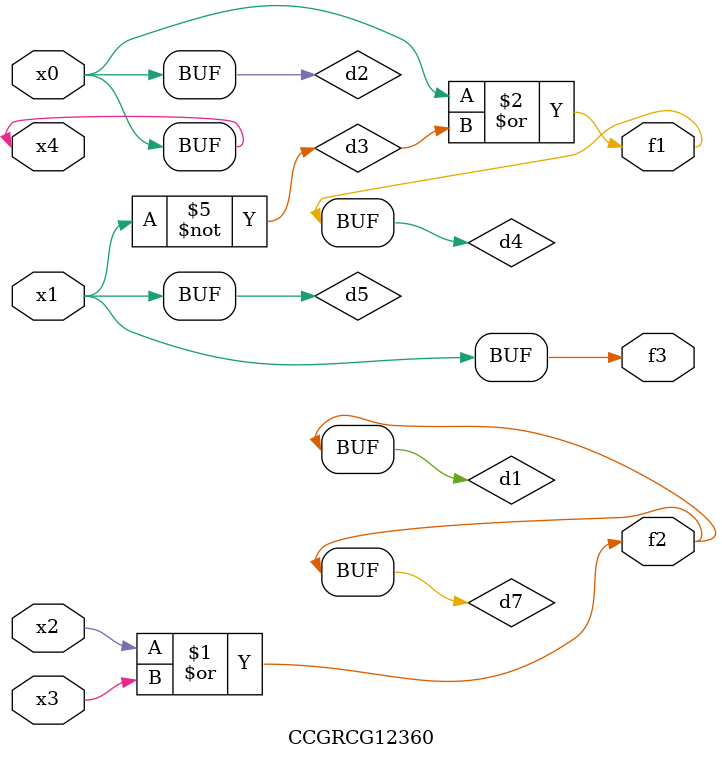
<source format=v>
module CCGRCG12360(
	input x0, x1, x2, x3, x4,
	output f1, f2, f3
);

	wire d1, d2, d3, d4, d5, d6, d7;

	or (d1, x2, x3);
	buf (d2, x0, x4);
	not (d3, x1);
	or (d4, d2, d3);
	not (d5, d3);
	nand (d6, d1, d3);
	or (d7, d1);
	assign f1 = d4;
	assign f2 = d7;
	assign f3 = d5;
endmodule

</source>
